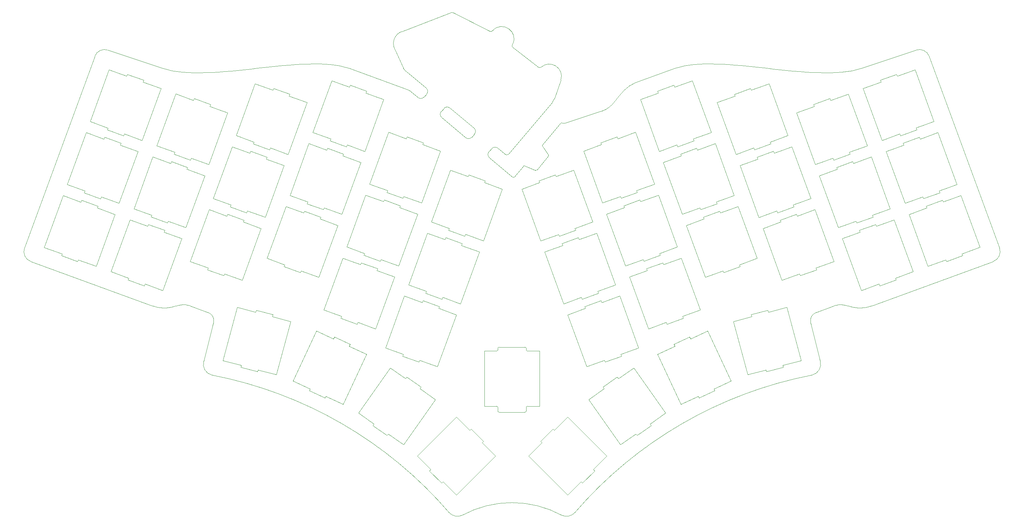
<source format=gm1>
G04 #@! TF.GenerationSoftware,KiCad,Pcbnew,(6.0.0)*
G04 #@! TF.CreationDate,2023-05-15T23:43:54+03:00*
G04 #@! TF.ProjectId,choctopus44-top-plate,63686f63-746f-4707-9573-34342d746f70,2.0*
G04 #@! TF.SameCoordinates,Original*
G04 #@! TF.FileFunction,Profile,NP*
%FSLAX46Y46*%
G04 Gerber Fmt 4.6, Leading zero omitted, Abs format (unit mm)*
G04 Created by KiCad (PCBNEW (6.0.0)) date 2023-05-15 23:43:54*
%MOMM*%
%LPD*%
G01*
G04 APERTURE LIST*
G04 #@! TA.AperFunction,Profile*
%ADD10C,0.050000*%
G04 #@! TD*
%ADD11C,0.050000*%
G04 #@! TA.AperFunction,Profile*
%ADD12C,0.120000*%
G04 #@! TD*
G04 APERTURE END LIST*
D10*
X224300000Y-130800000D02*
G75*
G03*
X226395215Y-127299538I-642144J2761638D01*
G01*
X154881086Y-52642545D02*
G75*
G03*
X155645091Y-52638293I379302J487346D01*
G01*
X136490525Y-70505379D02*
G75*
G03*
X138032127Y-70434726I735155J813106D01*
G01*
X130348495Y-63854248D02*
X131042467Y-63079620D01*
X148338418Y-46968945D02*
G75*
G03*
X143323190Y-43414975I-2669544J1548475D01*
G01*
X132549196Y-63026393D02*
X138655446Y-68118496D01*
X133383002Y-38829149D02*
G75*
G03*
X132683002Y-38829149I-350000J-927277D01*
G01*
X132549196Y-63026393D02*
G75*
G03*
X131042467Y-63079620I-726991J-773188D01*
G01*
X142713362Y-43542643D02*
G75*
G03*
X143323190Y-43414975I221623J461687D01*
G01*
X66720000Y-113200000D02*
X71020000Y-114800000D01*
X160911838Y-66764870D02*
G75*
G03*
X160584880Y-66833318I-118030J-251320D01*
G01*
X120257488Y-43603635D02*
X132683002Y-38829149D01*
X70124785Y-127299538D02*
X72565311Y-117718757D01*
D11*
X106920000Y-52900000D02*
X105814975Y-52567938D01*
X104643945Y-52300146D01*
X103411098Y-52092340D01*
X102120625Y-51940234D01*
X100776713Y-51839544D01*
X99383554Y-51785986D01*
X97945336Y-51775274D01*
X96466250Y-51803125D01*
X94950483Y-51865252D01*
X93402226Y-51957373D01*
X91825668Y-52075201D01*
X90225000Y-52214453D01*
X88604409Y-52370843D01*
X86968085Y-52540087D01*
X85320219Y-52717901D01*
X83665000Y-52900000D01*
X82006616Y-53082098D01*
X80349257Y-53259912D01*
X78697114Y-53429156D01*
X77054375Y-53585546D01*
X75425229Y-53724798D01*
X73813867Y-53842626D01*
X72224477Y-53934747D01*
X70661250Y-53996875D01*
X69128374Y-54024725D01*
X67630039Y-54014013D01*
X66170434Y-53960455D01*
X64753750Y-53859765D01*
X63384174Y-53707659D01*
X62065898Y-53499853D01*
X60803110Y-53232061D01*
X59600000Y-52900000D01*
X225500000Y-114800000D02*
X225397779Y-114838971D01*
X225297474Y-114880912D01*
X225199239Y-114925863D01*
X225103231Y-114973864D01*
X225009608Y-115024955D01*
X224918524Y-115079176D01*
X224830137Y-115136567D01*
X224744604Y-115197168D01*
X224662080Y-115261019D01*
X224582723Y-115328160D01*
X224506689Y-115398631D01*
X224434133Y-115472473D01*
X224365214Y-115549725D01*
X224300087Y-115630428D01*
X224238909Y-115714621D01*
X224181836Y-115802344D01*
X224129024Y-115893638D01*
X224080631Y-115988543D01*
X224036813Y-116087098D01*
X223997726Y-116189344D01*
X223963527Y-116295321D01*
X223934372Y-116405069D01*
X223910418Y-116518628D01*
X223891821Y-116636038D01*
X223878738Y-116757338D01*
X223871326Y-116882570D01*
X223869740Y-117011773D01*
X223874137Y-117144987D01*
X223884674Y-117282252D01*
X223901507Y-117423609D01*
X223924793Y-117569097D01*
X223954689Y-117718757D01*
D10*
X120257488Y-43603636D02*
G75*
G03*
X118583002Y-48129149I1224083J-3025468D01*
G01*
X224300000Y-130800000D02*
G75*
G03*
X164199999Y-165699999I20079419J-103776023D01*
G01*
X160631974Y-55895630D02*
X159057279Y-60588682D01*
X138726099Y-69660098D02*
G75*
G03*
X138655446Y-68118496I-813106J735155D01*
G01*
X132320001Y-165699999D02*
G75*
G03*
X72220000Y-130800000I-80179424J-68876032D01*
G01*
X120779901Y-52979907D02*
X118583002Y-48129149D01*
D11*
X189600000Y-52900000D02*
X190705024Y-52567938D01*
X191876054Y-52300146D01*
X193108901Y-52092340D01*
X194399375Y-51940234D01*
X195743286Y-51839544D01*
X197136445Y-51785986D01*
X198574663Y-51775274D01*
X200053750Y-51803125D01*
X201569516Y-51865252D01*
X203117773Y-51957373D01*
X204694331Y-52075201D01*
X206295000Y-52214453D01*
X207915590Y-52370843D01*
X209551914Y-52540087D01*
X211199780Y-52717901D01*
X212855000Y-52900000D01*
X214513383Y-53082098D01*
X216170742Y-53259912D01*
X217822885Y-53429156D01*
X219465625Y-53585546D01*
X221094770Y-53724798D01*
X222706132Y-53842626D01*
X224295522Y-53934747D01*
X225858750Y-53996875D01*
X227391625Y-54024725D01*
X228889960Y-54014013D01*
X230349565Y-53960455D01*
X231766250Y-53859765D01*
X233135825Y-53707659D01*
X234454101Y-53499853D01*
X235716889Y-53232061D01*
X236920000Y-52900000D01*
D10*
X143142467Y-73279620D02*
X142448495Y-74054248D01*
X160900000Y-166399999D02*
G75*
G03*
X164199999Y-165699999I1163822J2641976D01*
G01*
D11*
X160911838Y-66764869D02*
X161005069Y-66795095D01*
X161098315Y-66817295D01*
X161190743Y-66832308D01*
X161281520Y-66840971D01*
X161369816Y-66844122D01*
X161454798Y-66842602D01*
X161535635Y-66837247D01*
X161611494Y-66828896D01*
X161681544Y-66818387D01*
X161744953Y-66806560D01*
X161800890Y-66794252D01*
X161868962Y-66776723D01*
X161925806Y-66759493D01*
X161939361Y-66754847D01*
D10*
X148338419Y-46968945D02*
G75*
G03*
X148469182Y-47622802I430762J-253857D01*
G01*
X133383002Y-38829149D02*
X142713362Y-43542643D01*
D11*
X229800000Y-113200000D02*
X230121301Y-113099524D01*
X230429790Y-113021978D01*
X230726713Y-112965681D01*
X231013321Y-112928954D01*
X231290862Y-112910115D01*
X231560584Y-112907486D01*
X231823738Y-112919385D01*
X232081571Y-112944134D01*
X232335332Y-112980051D01*
X232586272Y-113025457D01*
X232835637Y-113078672D01*
X233084678Y-113138015D01*
X233334642Y-113201807D01*
X233586780Y-113268367D01*
X233842340Y-113336016D01*
X234102570Y-113403073D01*
X234368720Y-113467859D01*
X234642038Y-113528692D01*
X234923774Y-113583894D01*
X235215176Y-113631784D01*
X235517493Y-113670682D01*
X235831974Y-113698908D01*
X236159869Y-113714782D01*
X236502425Y-113716623D01*
X236860891Y-113702753D01*
X237236517Y-113671490D01*
X237630552Y-113621154D01*
X238044244Y-113550067D01*
X238478842Y-113456546D01*
X238935595Y-113338913D01*
X239415752Y-113195488D01*
X239920563Y-113024590D01*
D10*
X236920000Y-52900000D02*
X250626292Y-48313229D01*
X170600000Y-63900000D02*
X161939361Y-66754847D01*
X158516308Y-61481157D02*
G75*
G03*
X159057279Y-60588682I-2007440J1826995D01*
G01*
X126626099Y-59460098D02*
G75*
G03*
X126536438Y-57975155I-766961J698869D01*
G01*
X24712775Y-98572462D02*
G75*
G03*
X26279866Y-101938410I2466638J-899373D01*
G01*
X160631975Y-55895630D02*
G75*
G03*
X155645091Y-52638293I-2933355J955175D01*
G01*
X157487400Y-75233258D02*
G75*
G03*
X157500159Y-74948568I-186223J150977D01*
G01*
D11*
X71020000Y-114800000D02*
X71122220Y-114838971D01*
X71222525Y-114880912D01*
X71320760Y-114925863D01*
X71416768Y-114973864D01*
X71510391Y-115024955D01*
X71601475Y-115079176D01*
X71689862Y-115136567D01*
X71775395Y-115197168D01*
X71857919Y-115261019D01*
X71937276Y-115328160D01*
X72013310Y-115398631D01*
X72085866Y-115472473D01*
X72154785Y-115549725D01*
X72219912Y-115630428D01*
X72281090Y-115714621D01*
X72338163Y-115802344D01*
X72390975Y-115893638D01*
X72439368Y-115988543D01*
X72483186Y-116087098D01*
X72522273Y-116189344D01*
X72556472Y-116295321D01*
X72585627Y-116405069D01*
X72609581Y-116518628D01*
X72628178Y-116636038D01*
X72641261Y-116757338D01*
X72648673Y-116882570D01*
X72650259Y-117011773D01*
X72645862Y-117144987D01*
X72635325Y-117282252D01*
X72618492Y-117423609D01*
X72595206Y-117569097D01*
X72565311Y-117718757D01*
D10*
X120779901Y-52979907D02*
G75*
G03*
X121037333Y-53364636I981586J378313D01*
G01*
X121882920Y-58372499D02*
X106920000Y-52900000D01*
X253992240Y-49880321D02*
X271807226Y-98572462D01*
X223954689Y-117718757D02*
X226395215Y-127299538D01*
X148469182Y-47622802D02*
X154881086Y-52642545D01*
X160900000Y-166400000D02*
G75*
G03*
X135620000Y-166400000I-12640000J-23132659D01*
G01*
X122601567Y-58808365D02*
X124390525Y-60305379D01*
X151428372Y-77647360D02*
G75*
G03*
X151172840Y-77715163I-83868J-199343D01*
G01*
D11*
X66720000Y-113200000D02*
X66398698Y-113099524D01*
X66090209Y-113021978D01*
X65793286Y-112965681D01*
X65506678Y-112928954D01*
X65229137Y-112910115D01*
X64959415Y-112907486D01*
X64696261Y-112919385D01*
X64438428Y-112944134D01*
X64184667Y-112980051D01*
X63933727Y-113025457D01*
X63684362Y-113078672D01*
X63435321Y-113138015D01*
X63185357Y-113201807D01*
X62933219Y-113268367D01*
X62677659Y-113336016D01*
X62417429Y-113403073D01*
X62151279Y-113467859D01*
X61877961Y-113528692D01*
X61596225Y-113583894D01*
X61304823Y-113631784D01*
X61002506Y-113670682D01*
X60688025Y-113698908D01*
X60360130Y-113714782D01*
X60017574Y-113716623D01*
X59659108Y-113702753D01*
X59283482Y-113671490D01*
X58889447Y-113621154D01*
X58475755Y-113550067D01*
X58041157Y-113456546D01*
X57584404Y-113338913D01*
X57104247Y-113195488D01*
X56599437Y-113024590D01*
D10*
X56599437Y-113024590D02*
X26279866Y-101938410D01*
X70124785Y-127299538D02*
G75*
G03*
X72220000Y-130800000I2737359J-738824D01*
G01*
X144684069Y-73208967D02*
G75*
G03*
X143142467Y-73279620I-735155J-813106D01*
G01*
X270240134Y-101938409D02*
G75*
G03*
X271807226Y-98572462I-899549J2466576D01*
G01*
X155965517Y-72363881D02*
G75*
G03*
X155955388Y-72604293I145841J-126564D01*
G01*
X148428515Y-80572280D02*
G75*
G03*
X148827570Y-80523457I175137J223767D01*
G01*
X142448495Y-74054248D02*
G75*
G03*
X142519148Y-75595850I813106J-735155D01*
G01*
X130419148Y-65395850D02*
X136490525Y-70505379D01*
X157500159Y-74948568D02*
X155955388Y-72604293D01*
X253992239Y-49880321D02*
G75*
G03*
X250626292Y-48313229I-2466576J-899549D01*
G01*
X45893708Y-48313229D02*
X59600000Y-52900000D01*
X189600000Y-52900000D02*
X179400000Y-56600000D01*
X130348495Y-63854248D02*
G75*
G03*
X130419148Y-65395850I813106J-735155D01*
G01*
X142519148Y-75595850D02*
X148428515Y-80572280D01*
X45893708Y-48313230D02*
G75*
G03*
X42527760Y-49880321I-899373J-2466638D01*
G01*
D11*
X179400000Y-56600000D02*
X178982525Y-56801730D01*
X178591455Y-57012670D01*
X178225067Y-57232070D01*
X177881640Y-57459179D01*
X177559454Y-57693246D01*
X177256787Y-57933520D01*
X176971917Y-58179251D01*
X176703125Y-58429687D01*
X176448687Y-58684078D01*
X176206884Y-58941674D01*
X175975994Y-59201724D01*
X175754296Y-59463476D01*
X175540069Y-59726181D01*
X175331591Y-59989086D01*
X175127142Y-60251443D01*
X174925000Y-60512500D01*
X174723443Y-60771505D01*
X174520751Y-61027709D01*
X174315203Y-61280361D01*
X174105078Y-61528710D01*
X173888653Y-61772006D01*
X173664208Y-62009497D01*
X173430023Y-62240432D01*
X173184375Y-62464062D01*
X172925543Y-62679635D01*
X172651806Y-62886401D01*
X172361444Y-63083609D01*
X172052734Y-63270507D01*
X171723956Y-63446347D01*
X171373388Y-63610375D01*
X170999310Y-63761843D01*
X170600000Y-63900000D01*
D10*
X132320001Y-165699999D02*
G75*
G03*
X135620000Y-166400000I2136177J1941976D01*
G01*
X151172840Y-77715163D02*
X148827570Y-80523457D01*
X146582376Y-74804992D02*
G75*
G03*
X147330873Y-74724790I334861J407692D01*
G01*
X154207226Y-78818288D02*
G75*
G03*
X154536730Y-78737781I114052J247763D01*
G01*
X138726099Y-69660098D02*
X138032127Y-70434726D01*
X270240134Y-101938410D02*
X239920563Y-113024590D01*
X126536438Y-57975155D02*
X121037333Y-53364636D01*
X157487400Y-75233258D02*
X154536730Y-78737781D01*
X125932127Y-60234726D02*
X126626099Y-59460098D01*
X158516308Y-61481157D02*
X147330873Y-74724790D01*
X124390525Y-60305379D02*
G75*
G03*
X125932127Y-60234726I735155J813106D01*
G01*
D11*
X122601567Y-58808365D02*
X122538128Y-58754923D01*
X122482071Y-58707955D01*
X122432345Y-58666821D01*
X122387895Y-58630883D01*
X122347670Y-58599502D01*
X122292949Y-58559580D01*
X122241812Y-58526320D01*
X122190705Y-58497568D01*
X122136076Y-58471169D01*
X122074371Y-58444968D01*
X122027549Y-58426547D01*
X121974951Y-58406617D01*
X121915523Y-58384541D01*
X121882920Y-58372499D01*
D10*
X154207226Y-78818287D02*
X151428372Y-77647361D01*
X225500000Y-114800000D02*
X229800000Y-113200000D01*
X144684069Y-73208967D02*
X146582376Y-74804992D01*
X24712774Y-98572462D02*
X42527760Y-49880321D01*
X160584880Y-66833318D02*
X155965517Y-72363881D01*
D12*
X111396157Y-58722714D02*
X111225147Y-59192560D01*
X107090499Y-57687671D02*
X102579975Y-56045975D01*
X106265855Y-72818103D02*
X106436865Y-72348257D01*
X102579975Y-56045975D02*
X97791693Y-69201671D01*
X102131207Y-71313214D02*
X102302217Y-70843368D01*
X110947389Y-73989953D02*
X106436865Y-72348257D01*
X102131207Y-71313214D02*
X106265855Y-72818103D01*
X107261509Y-57217825D02*
X111396157Y-58722714D01*
X97791693Y-69201671D02*
X102302217Y-70843368D01*
X115735671Y-60834257D02*
X110947389Y-73989953D01*
X115735671Y-60834257D02*
X111225147Y-59192560D01*
X107261509Y-57217825D02*
X107090499Y-57687671D01*
X83282707Y-114802620D02*
X78646264Y-113560289D01*
X78646264Y-113560289D02*
X75022797Y-127083250D01*
X92169225Y-117183756D02*
X87532781Y-115941424D01*
X92169225Y-117183756D02*
X88545758Y-130706717D01*
X83779905Y-129947349D02*
X83909315Y-129464386D01*
X75022797Y-127083250D02*
X79659241Y-128325582D01*
X83412117Y-114319657D02*
X87662191Y-115458461D01*
X79529831Y-128808545D02*
X79659241Y-128325582D01*
X88545758Y-130706717D02*
X83909315Y-129464386D01*
X87662191Y-115458461D02*
X87532781Y-115941424D01*
X79529831Y-128808545D02*
X83779905Y-129947349D01*
X83412117Y-114319657D02*
X83282707Y-114802620D01*
X121649958Y-70314817D02*
X121478948Y-70784663D01*
X125784606Y-71819706D02*
X125613596Y-72289552D01*
X116519656Y-84410206D02*
X116690666Y-83940360D01*
X116968424Y-69142967D02*
X112180142Y-82298663D01*
X130124120Y-73931249D02*
X125613596Y-72289552D01*
X121478948Y-70784663D02*
X116968424Y-69142967D01*
X121649958Y-70314817D02*
X125784606Y-71819706D01*
X130124120Y-73931249D02*
X125335838Y-87086945D01*
X125335838Y-87086945D02*
X120825314Y-85445249D01*
X116519656Y-84410206D02*
X120654304Y-85915095D01*
X112180142Y-82298663D02*
X116690666Y-83940360D01*
X120654304Y-85915095D02*
X120825314Y-85445249D01*
X162356622Y-141456813D02*
X172256117Y-151356308D01*
X155497686Y-147608642D02*
X155851240Y-147962195D01*
X152457127Y-151356308D02*
X162356622Y-161255803D01*
X166104288Y-158215244D02*
X169215558Y-155103974D01*
X155497686Y-147608642D02*
X158608956Y-144497372D01*
X162356622Y-161255803D02*
X165750735Y-157861690D01*
X169215558Y-155103974D02*
X168862004Y-154750421D01*
X162356622Y-141456813D02*
X158962509Y-144850926D01*
X172256117Y-151356308D02*
X168862004Y-154750421D01*
X166104288Y-158215244D02*
X165750735Y-157861690D01*
X155851240Y-147962195D02*
X152457127Y-151356308D01*
X158608956Y-144497372D02*
X158962509Y-144850926D01*
X200886800Y-89166934D02*
X201057810Y-89636780D01*
X201882454Y-104767212D02*
X201711444Y-104297366D01*
X196752152Y-90671823D02*
X200886800Y-89166934D01*
X210356616Y-101150780D02*
X205846092Y-102792477D01*
X197200920Y-105939062D02*
X201711444Y-104297366D01*
X201882454Y-104767212D02*
X206017102Y-103262323D01*
X206017102Y-103262323D02*
X205846092Y-102792477D01*
X192412638Y-92783366D02*
X197200920Y-105939062D01*
X196923162Y-91141669D02*
X192412638Y-92783366D01*
X205568334Y-87995084D02*
X201057810Y-89636780D01*
X196752152Y-90671823D02*
X196923162Y-91141669D01*
X205568334Y-87995084D02*
X210356616Y-101150780D01*
X170735618Y-71820041D02*
X170906628Y-72289887D01*
X179551800Y-69143302D02*
X175041276Y-70784998D01*
X166396104Y-73931584D02*
X171184386Y-87087280D01*
X175865920Y-85915430D02*
X180000568Y-84410541D01*
X179551800Y-69143302D02*
X184340082Y-82298998D01*
X170906628Y-72289887D02*
X166396104Y-73931584D01*
X180000568Y-84410541D02*
X179829558Y-83940695D01*
X174870266Y-70315152D02*
X175041276Y-70784998D01*
X170735618Y-71820041D02*
X174870266Y-70315152D01*
X184340082Y-82298998D02*
X179829558Y-83940695D01*
X175865920Y-85915430D02*
X175694910Y-85445584D01*
X171184386Y-87087280D02*
X175694910Y-85445584D01*
X185123467Y-58722274D02*
X185294477Y-59192120D01*
X190253769Y-72817663D02*
X190082759Y-72347817D01*
X194388417Y-71312774D02*
X194217407Y-70842928D01*
X193939649Y-56045535D02*
X189429125Y-57687231D01*
X193939649Y-56045535D02*
X198727931Y-69201231D01*
X198727931Y-69201231D02*
X194217407Y-70842928D01*
X180783953Y-60833817D02*
X185572235Y-73989513D01*
X185123467Y-58722274D02*
X189258115Y-57217385D01*
X185294477Y-59192120D02*
X180783953Y-60833817D01*
X185572235Y-73989513D02*
X190082759Y-72347817D01*
X189258115Y-57217385D02*
X189429125Y-57687231D01*
X190253769Y-72817663D02*
X194388417Y-71312774D01*
X233479070Y-59422536D02*
X238267352Y-72578232D01*
X220323374Y-64210818D02*
X225111656Y-77366514D01*
X224662888Y-62099275D02*
X228797536Y-60594386D01*
X233927838Y-74689775D02*
X233756828Y-74219929D01*
X224662888Y-62099275D02*
X224833898Y-62569121D01*
X224833898Y-62569121D02*
X220323374Y-64210818D01*
X229793190Y-76194664D02*
X229622180Y-75724818D01*
X229793190Y-76194664D02*
X233927838Y-74689775D01*
X238267352Y-72578232D02*
X233756828Y-74219929D01*
X228797536Y-60594386D02*
X228968546Y-61064232D01*
X233479070Y-59422536D02*
X228968546Y-61064232D01*
X225111656Y-77366514D02*
X229622180Y-75724818D01*
X145777315Y-83553146D02*
X141266791Y-81911449D01*
X145777315Y-83553146D02*
X140989033Y-96708842D01*
X140989033Y-96708842D02*
X136478509Y-95067146D01*
X137132143Y-80406560D02*
X132621619Y-78764864D01*
X137303153Y-79936714D02*
X137132143Y-80406560D01*
X137303153Y-79936714D02*
X141437801Y-81441603D01*
X132172851Y-94032103D02*
X136307499Y-95536992D01*
X136307499Y-95536992D02*
X136478509Y-95067146D01*
X141437801Y-81441603D02*
X141266791Y-81911449D01*
X132172851Y-94032103D02*
X132343861Y-93562257D01*
X132621619Y-78764864D02*
X127833337Y-91920560D01*
X127833337Y-91920560D02*
X132343861Y-93562257D01*
X67551676Y-61063898D02*
X63041152Y-59422202D01*
X76196848Y-64210484D02*
X71408566Y-77366180D01*
X58252870Y-72577898D02*
X62763394Y-74219595D01*
X62592384Y-74689441D02*
X62763394Y-74219595D01*
X71408566Y-77366180D02*
X66898042Y-75724484D01*
X71857334Y-62098941D02*
X71686324Y-62568787D01*
X66727032Y-76194330D02*
X66898042Y-75724484D01*
X62592384Y-74689441D02*
X66727032Y-76194330D01*
X67722686Y-60594052D02*
X67551676Y-61063898D01*
X76196848Y-64210484D02*
X71686324Y-62568787D01*
X67722686Y-60594052D02*
X71857334Y-62098941D01*
X63041152Y-59422202D02*
X58252870Y-72577898D01*
X76876694Y-88072370D02*
X81011342Y-89577259D01*
X85692876Y-90749109D02*
X81182352Y-89107413D01*
X90481158Y-77593413D02*
X85970634Y-75951716D01*
X76876694Y-88072370D02*
X77047704Y-87602524D01*
X82006996Y-73976981D02*
X86141644Y-75481870D01*
X90481158Y-77593413D02*
X85692876Y-90749109D01*
X72537180Y-85960827D02*
X77047704Y-87602524D01*
X86141644Y-75481870D02*
X85970634Y-75951716D01*
X77325462Y-72805131D02*
X72537180Y-85960827D01*
X82006996Y-73976981D02*
X81835986Y-74446827D01*
X81011342Y-89577259D02*
X81182352Y-89107413D01*
X81835986Y-74446827D02*
X77325462Y-72805131D01*
X216192921Y-91456980D02*
X216363931Y-91926826D01*
X225457871Y-104047480D02*
X225286861Y-103577634D01*
X216192921Y-91456980D02*
X220327569Y-89952091D01*
X221323223Y-105552369D02*
X225457871Y-104047480D01*
X216641689Y-106724219D02*
X221152213Y-105082523D01*
X221323223Y-105552369D02*
X221152213Y-105082523D01*
X220327569Y-89952091D02*
X220498579Y-90421937D01*
X211853407Y-93568523D02*
X216641689Y-106724219D01*
X225009103Y-88780241D02*
X220498579Y-90421937D01*
X216363931Y-91926826D02*
X211853407Y-93568523D01*
X229797385Y-101935937D02*
X225286861Y-103577634D01*
X225009103Y-88780241D02*
X229797385Y-101935937D01*
X195072457Y-73192159D02*
X195243467Y-73662005D01*
X199753991Y-72020309D02*
X204542273Y-85176005D01*
X196068111Y-88792437D02*
X200202759Y-87287548D01*
X199753991Y-72020309D02*
X195243467Y-73662005D01*
X190937809Y-74697048D02*
X195072457Y-73192159D01*
X204542273Y-85176005D02*
X200031749Y-86817702D01*
X196068111Y-88792437D02*
X195897101Y-88322591D01*
X190937809Y-74697048D02*
X191108819Y-75166894D01*
X191108819Y-75166894D02*
X186598295Y-76808591D01*
X186598295Y-76808591D02*
X191386577Y-89964287D01*
X200202759Y-87287548D02*
X200031749Y-86817702D01*
X191386577Y-89964287D02*
X195897101Y-88322591D01*
X111359816Y-125479663D02*
X107009539Y-123451096D01*
X103233094Y-121138421D02*
X107220848Y-122997942D01*
X92754852Y-132251317D02*
X97105129Y-134279884D01*
X103021785Y-121591575D02*
X98671507Y-119563008D01*
X111359816Y-125479663D02*
X105443161Y-138167972D01*
X107220848Y-122997942D02*
X107009539Y-123451096D01*
X100881574Y-136592559D02*
X101092883Y-136139405D01*
X96893820Y-134733038D02*
X100881574Y-136592559D01*
X103233094Y-121138421D02*
X103021785Y-121591575D01*
X98671507Y-119563008D02*
X92754852Y-132251317D01*
X96893820Y-134733038D02*
X97105129Y-134279884D01*
X105443161Y-138167972D02*
X101092883Y-136139405D01*
X165031413Y-95911823D02*
X165202423Y-96381669D01*
X170161715Y-110007212D02*
X169990705Y-109537366D01*
X160896765Y-97416712D02*
X165031413Y-95911823D01*
X169712947Y-94739973D02*
X165202423Y-96381669D01*
X174501229Y-107895669D02*
X169990705Y-109537366D01*
X156557251Y-99528255D02*
X161345533Y-112683951D01*
X169712947Y-94739973D02*
X174501229Y-107895669D01*
X166027067Y-111512101D02*
X165856057Y-111042255D01*
X161067775Y-97886558D02*
X156557251Y-99528255D01*
X166027067Y-111512101D02*
X170161715Y-110007212D01*
X161345533Y-112683951D02*
X165856057Y-111042255D01*
X160896765Y-97416712D02*
X161067775Y-97886558D01*
X56094001Y-92543601D02*
X60228649Y-94048490D01*
X60228649Y-94048490D02*
X60057639Y-94518336D01*
X50963699Y-106638990D02*
X55098347Y-108143879D01*
X51412467Y-91371751D02*
X46624185Y-104527447D01*
X56094001Y-92543601D02*
X55922991Y-93013447D01*
X55922991Y-93013447D02*
X51412467Y-91371751D01*
X59779881Y-109315729D02*
X55269357Y-107674033D01*
X50963699Y-106638990D02*
X51134709Y-106169144D01*
X46624185Y-104527447D02*
X51134709Y-106169144D01*
X64568163Y-96160033D02*
X60057639Y-94518336D01*
X55098347Y-108143879D02*
X55269357Y-107674033D01*
X64568163Y-96160033D02*
X59779881Y-109315729D01*
X76192654Y-89951755D02*
X80327302Y-91456644D01*
X84666816Y-93568187D02*
X80156292Y-91926490D01*
X66722838Y-101935601D02*
X71233362Y-103577298D01*
X71511120Y-88779905D02*
X66722838Y-101935601D01*
X71062352Y-104047144D02*
X71233362Y-103577298D01*
X84666816Y-93568187D02*
X79878534Y-106723883D01*
X76192654Y-89951755D02*
X76021644Y-90421601D01*
X76021644Y-90421601D02*
X71511120Y-88779905D01*
X80327302Y-91456644D02*
X80156292Y-91926490D01*
X79878534Y-106723883D02*
X75368010Y-105082187D01*
X75197000Y-105552033D02*
X75368010Y-105082187D01*
X71062352Y-104047144D02*
X75197000Y-105552033D01*
X50807801Y-54437996D02*
X50636791Y-54907842D01*
X54493681Y-71210124D02*
X49983157Y-69568428D01*
X45677499Y-68533385D02*
X49812147Y-70038274D01*
X45677499Y-68533385D02*
X45848509Y-68063539D01*
X50636791Y-54907842D02*
X46126267Y-53266146D01*
X46126267Y-53266146D02*
X41337985Y-66421842D01*
X50807801Y-54437996D02*
X54942449Y-55942885D01*
X59281963Y-58054428D02*
X54493681Y-71210124D01*
X49812147Y-70038274D02*
X49983157Y-69568428D01*
X41337985Y-66421842D02*
X45848509Y-68063539D01*
X59281963Y-58054428D02*
X54771439Y-56412731D01*
X54942449Y-55942885D02*
X54771439Y-56412731D01*
X255179845Y-66415599D02*
X250669321Y-68057296D01*
X241575381Y-55936642D02*
X241746391Y-56406488D01*
X250391563Y-53259903D02*
X255179845Y-66415599D01*
X246705683Y-70032031D02*
X250840331Y-68527142D01*
X250391563Y-53259903D02*
X245881039Y-54901599D01*
X237235867Y-58048185D02*
X242024149Y-71203881D01*
X245710029Y-54431753D02*
X245881039Y-54901599D01*
X241575381Y-55936642D02*
X245710029Y-54431753D01*
X246705683Y-70032031D02*
X246534673Y-69562185D01*
X241746391Y-56406488D02*
X237235867Y-58048185D01*
X250840331Y-68527142D02*
X250669321Y-68057296D01*
X242024149Y-71203881D02*
X246534673Y-69562185D01*
X70382506Y-80185258D02*
X65871982Y-78543561D01*
X57226810Y-75396976D02*
X52438528Y-88552672D01*
X65594224Y-93340954D02*
X61083700Y-91699258D01*
X56778042Y-90664215D02*
X56949052Y-90194369D01*
X61908344Y-76568826D02*
X66042992Y-78073715D01*
X52438528Y-88552672D02*
X56949052Y-90194369D01*
X61908344Y-76568826D02*
X61737334Y-77038672D01*
X66042992Y-78073715D02*
X65871982Y-78543561D01*
X70382506Y-80185258D02*
X65594224Y-93340954D01*
X61737334Y-77038672D02*
X57226810Y-75396976D01*
X56778042Y-90664215D02*
X60912690Y-92169104D01*
X60912690Y-92169104D02*
X61083700Y-91699258D01*
X179928645Y-146115314D02*
X183532914Y-143591578D01*
X175709927Y-148458905D02*
X179641857Y-145705738D01*
X171611786Y-134237610D02*
X167679857Y-136990777D01*
X183532914Y-143591578D02*
X183246126Y-143182002D01*
X179147985Y-128960707D02*
X175216055Y-131713874D01*
X187178055Y-140428835D02*
X183246126Y-143182002D01*
X167679857Y-136990777D02*
X175709927Y-148458905D01*
X179928645Y-146115314D02*
X179641857Y-145705738D01*
X179147985Y-128960707D02*
X187178055Y-140428835D01*
X171324998Y-133828034D02*
X174929267Y-131304298D01*
X171324998Y-133828034D02*
X171611786Y-134237610D01*
X174929267Y-131304298D02*
X175216055Y-131713874D01*
X182364303Y-103769590D02*
X182535313Y-104239436D01*
X191180485Y-101092851D02*
X186669961Y-102734547D01*
X178024789Y-105881133D02*
X182813071Y-119036829D01*
X187494605Y-117864979D02*
X191629253Y-116360090D01*
X182535313Y-104239436D02*
X178024789Y-105881133D01*
X191629253Y-116360090D02*
X191458243Y-115890244D01*
X186498951Y-102264701D02*
X186669961Y-102734547D01*
X195968767Y-114248547D02*
X191458243Y-115890244D01*
X187494605Y-117864979D02*
X187323595Y-117395133D01*
X191180485Y-101092851D02*
X195968767Y-114248547D01*
X182813071Y-119036829D02*
X187323595Y-117395133D01*
X182364303Y-103769590D02*
X186498951Y-102264701D01*
X134148630Y-115502695D02*
X129360348Y-128658391D01*
X125674468Y-111886263D02*
X125503458Y-112356109D01*
X116204652Y-123870109D02*
X120715176Y-125511806D01*
X129360348Y-128658391D02*
X124849824Y-127016695D01*
X125503458Y-112356109D02*
X120992934Y-110714413D01*
X124678814Y-127486541D02*
X124849824Y-127016695D01*
X129809116Y-113391152D02*
X129638106Y-113860998D01*
X125674468Y-111886263D02*
X129809116Y-113391152D01*
X120992934Y-110714413D02*
X116204652Y-123870109D01*
X134148630Y-115502695D02*
X129638106Y-113860998D01*
X120544166Y-125981652D02*
X124678814Y-127486541D01*
X120544166Y-125981652D02*
X120715176Y-125511806D01*
X205013004Y-74774670D02*
X209523528Y-73132974D01*
X200224722Y-61618974D02*
X205013004Y-74774670D01*
X213380418Y-56830692D02*
X208869894Y-58472388D01*
X204564236Y-59507431D02*
X204735246Y-59977277D01*
X213380418Y-56830692D02*
X218168700Y-69986388D01*
X209694538Y-73602820D02*
X213829186Y-72097931D01*
X218168700Y-69986388D02*
X213658176Y-71628085D01*
X204735246Y-59977277D02*
X200224722Y-61618974D01*
X209694538Y-73602820D02*
X209523528Y-73132974D01*
X204564236Y-59507431D02*
X208698884Y-58002542D01*
X208698884Y-58002542D02*
X208869894Y-58472388D01*
X213829186Y-72097931D02*
X213658176Y-71628085D01*
X215508881Y-89577594D02*
X215337871Y-89107748D01*
X219643529Y-88072705D02*
X219472519Y-87602859D01*
X219194761Y-72805466D02*
X223983043Y-85961162D01*
X219194761Y-72805466D02*
X214684237Y-74447162D01*
X210827347Y-90749444D02*
X215337871Y-89107748D01*
X210378579Y-75482205D02*
X210549589Y-75952051D01*
X223983043Y-85961162D02*
X219472519Y-87602859D01*
X214513227Y-73977316D02*
X214684237Y-74447162D01*
X210378579Y-75482205D02*
X214513227Y-73977316D01*
X210549589Y-75952051D02*
X206039065Y-77593748D01*
X206039065Y-77593748D02*
X210827347Y-90749444D01*
X215508881Y-89577594D02*
X219643529Y-88072705D01*
X151860000Y-139900000D02*
X151860000Y-139000000D01*
X155260000Y-124700000D02*
X152160000Y-124700000D01*
X144660000Y-139000000D02*
X144660000Y-139900000D01*
X144360000Y-124700000D02*
X141260000Y-124700000D01*
X155260000Y-138700000D02*
X155260000Y-124700000D01*
X144960000Y-140200000D02*
X151560000Y-140200000D01*
X141260000Y-124700000D02*
X141260000Y-138700000D01*
X141260000Y-138700000D02*
X144360000Y-138700000D01*
X151560000Y-123700000D02*
X144960000Y-123700000D01*
X151860000Y-124400000D02*
X151860000Y-124000000D01*
X144660000Y-124000000D02*
X144660000Y-124400000D01*
X152160000Y-138700000D02*
X155260000Y-138700000D01*
X151860000Y-124000000D02*
G75*
G03*
X151560000Y-123700000I-300000J0D01*
G01*
X152160000Y-138700000D02*
G75*
G03*
X151860000Y-139000000I0J-300000D01*
G01*
X144660000Y-139000000D02*
G75*
G03*
X144360000Y-138700000I-300000J0D01*
G01*
X151860000Y-124400000D02*
G75*
G03*
X152160000Y-124700000I300000J0D01*
G01*
X144360000Y-124700000D02*
G75*
G03*
X144660000Y-124400000I0J300000D01*
G01*
X144660000Y-139900000D02*
G75*
G03*
X144960000Y-140200000I300000J0D01*
G01*
X144960000Y-123700000D02*
G75*
G03*
X144660000Y-124000000I0J-300000D01*
G01*
X151560000Y-140200000D02*
G75*
G03*
X151860000Y-139900000I0J300000D01*
G01*
X212742349Y-129947588D02*
X216992423Y-128808784D01*
X221499457Y-127083489D02*
X216863013Y-128325821D01*
X208860063Y-115458700D02*
X208989473Y-115941663D01*
X208989473Y-115941663D02*
X204353029Y-117183995D01*
X208860063Y-115458700D02*
X213110137Y-114319896D01*
X204353029Y-117183995D02*
X207976496Y-130706956D01*
X213110137Y-114319896D02*
X213239547Y-114802859D01*
X216992423Y-128808784D02*
X216863013Y-128325821D01*
X217875990Y-113560528D02*
X213239547Y-114802859D01*
X207976496Y-130706956D02*
X212612939Y-129464625D01*
X212742349Y-129947588D02*
X212612939Y-129464625D01*
X217875990Y-113560528D02*
X221499457Y-127083489D01*
X34497582Y-85215695D02*
X29709300Y-98371391D01*
X39008106Y-86857391D02*
X34497582Y-85215695D01*
X43313764Y-87892434D02*
X43142754Y-88362280D01*
X39179116Y-86387545D02*
X39008106Y-86857391D01*
X47653278Y-90003977D02*
X43142754Y-88362280D01*
X38183462Y-101987823D02*
X38354472Y-101517977D01*
X39179116Y-86387545D02*
X43313764Y-87892434D01*
X47653278Y-90003977D02*
X42864996Y-103159673D01*
X34048814Y-100482934D02*
X38183462Y-101987823D01*
X34048814Y-100482934D02*
X34219824Y-100013088D01*
X29709300Y-98371391D02*
X34219824Y-100013088D01*
X42864996Y-103159673D02*
X38354472Y-101517977D01*
X112979920Y-143590515D02*
X116584189Y-146114251D01*
X112979920Y-143590515D02*
X113266708Y-143180939D01*
X116584189Y-146114251D02*
X116870977Y-145704675D01*
X121583567Y-131303235D02*
X125187836Y-133826971D01*
X128832977Y-136989714D02*
X120802907Y-148457842D01*
X120802907Y-148457842D02*
X116870977Y-145704675D01*
X117364849Y-128959644D02*
X109334779Y-140427772D01*
X121296779Y-131712811D02*
X117364849Y-128959644D01*
X128832977Y-136989714D02*
X124901048Y-134236547D01*
X125187836Y-133826971D02*
X124901048Y-134236547D01*
X109334779Y-140427772D02*
X113266708Y-143180939D01*
X121583567Y-131303235D02*
X121296779Y-131712811D01*
X253375076Y-88356037D02*
X248864552Y-89997734D01*
X258334368Y-101981580D02*
X262469016Y-100476691D01*
X266808530Y-98365148D02*
X262298006Y-100006845D01*
X253204066Y-87886191D02*
X253375076Y-88356037D01*
X258334368Y-101981580D02*
X258163358Y-101511734D01*
X248864552Y-89997734D02*
X253652834Y-103153430D01*
X253652834Y-103153430D02*
X258163358Y-101511734D01*
X257338714Y-86381302D02*
X257509724Y-86851148D01*
X262469016Y-100476691D02*
X262298006Y-100006845D01*
X253204066Y-87886191D02*
X257338714Y-86381302D01*
X262020248Y-85209452D02*
X257509724Y-86851148D01*
X262020248Y-85209452D02*
X266808530Y-98365148D01*
X175527290Y-110714747D02*
X180315572Y-123870443D01*
X171841410Y-127486875D02*
X171670400Y-127017029D01*
X167159876Y-128658725D02*
X171670400Y-127017029D01*
X166711108Y-113391486D02*
X170845756Y-111886597D01*
X162371594Y-115503029D02*
X167159876Y-128658725D01*
X175976058Y-125981986D02*
X175805048Y-125512140D01*
X166882118Y-113861332D02*
X162371594Y-115503029D01*
X170845756Y-111886597D02*
X171016766Y-112356443D01*
X171841410Y-127486875D02*
X175976058Y-125981986D01*
X166711108Y-113391486D02*
X166882118Y-113861332D01*
X180315572Y-123870443D02*
X175805048Y-125512140D01*
X175527290Y-110714747D02*
X171016766Y-112356443D01*
X144062127Y-151355807D02*
X140668014Y-147961694D01*
X134162632Y-141456312D02*
X124263137Y-151355807D01*
X137910298Y-144496871D02*
X141021568Y-147608141D01*
X144062127Y-151355807D02*
X134162632Y-161255302D01*
X127303696Y-155103473D02*
X127657250Y-154749920D01*
X137556745Y-144850425D02*
X134162632Y-141456312D01*
X124263137Y-151355807D02*
X127657250Y-154749920D01*
X141021568Y-147608141D02*
X140668014Y-147961694D01*
X130414966Y-158214743D02*
X130768519Y-157861189D01*
X134162632Y-161255302D02*
X130768519Y-157861189D01*
X127303696Y-155103473D02*
X130414966Y-158214743D01*
X137910298Y-144496871D02*
X137556745Y-144850425D01*
X168686887Y-91920894D02*
X164176363Y-93562591D01*
X155082423Y-81441937D02*
X155253433Y-81911783D01*
X159217071Y-79937048D02*
X159388081Y-80406894D01*
X155253433Y-81911783D02*
X150742909Y-83553480D01*
X155082423Y-81441937D02*
X159217071Y-79937048D01*
X150742909Y-83553480D02*
X155531191Y-96709176D01*
X155531191Y-96709176D02*
X160041715Y-95067480D01*
X160212725Y-95537326D02*
X160041715Y-95067480D01*
X163898605Y-78765198D02*
X168686887Y-91920894D01*
X164347373Y-94032437D02*
X164176363Y-93562591D01*
X160212725Y-95537326D02*
X164347373Y-94032437D01*
X163898605Y-78765198D02*
X159388081Y-80406894D01*
X191075743Y-138168504D02*
X195426021Y-136139937D01*
X189298056Y-122998474D02*
X193285810Y-121138953D01*
X203764052Y-132251849D02*
X199413775Y-134280416D01*
X195637330Y-136593091D02*
X195426021Y-136139937D01*
X189298056Y-122998474D02*
X189509365Y-123451628D01*
X197847397Y-119563540D02*
X193497119Y-121592107D01*
X199625084Y-134733570D02*
X199413775Y-134280416D01*
X185159088Y-125480195D02*
X191075743Y-138168504D01*
X195637330Y-136593091D02*
X199625084Y-134733570D01*
X197847397Y-119563540D02*
X203764052Y-132251849D01*
X189509365Y-123451628D02*
X185159088Y-125480195D01*
X193285810Y-121138953D02*
X193497119Y-121592107D01*
X105339739Y-101092516D02*
X100551457Y-114248212D01*
X113707153Y-119036494D02*
X109196629Y-117394798D01*
X109850263Y-102734212D02*
X105339739Y-101092516D01*
X104890971Y-116359755D02*
X109025619Y-117864644D01*
X104890971Y-116359755D02*
X105061981Y-115889909D01*
X114155921Y-103769255D02*
X113984911Y-104239101D01*
X118495435Y-105880798D02*
X113984911Y-104239101D01*
X100551457Y-114248212D02*
X105061981Y-115889909D01*
X109025619Y-117864644D02*
X109196629Y-117394798D01*
X110021273Y-102264366D02*
X114155921Y-103769255D01*
X118495435Y-105880798D02*
X113707153Y-119036494D01*
X110021273Y-102264366D02*
X109850263Y-102734212D01*
X44822449Y-70882616D02*
X40311925Y-69240920D01*
X53467621Y-74029202D02*
X48679339Y-87184898D01*
X44993459Y-70412770D02*
X49128107Y-71917659D01*
X39863157Y-84508159D02*
X43997805Y-86013048D01*
X43997805Y-86013048D02*
X44168815Y-85543202D01*
X44993459Y-70412770D02*
X44822449Y-70882616D01*
X39863157Y-84508159D02*
X40034167Y-84038313D01*
X48679339Y-87184898D02*
X44168815Y-85543202D01*
X49128107Y-71917659D02*
X48957097Y-72387505D01*
X53467621Y-74029202D02*
X48957097Y-72387505D01*
X40311925Y-69240920D02*
X35523643Y-82396616D01*
X35523643Y-82396616D02*
X40034167Y-84038313D01*
X239742181Y-90664550D02*
X239571171Y-90194704D01*
X230925999Y-93341289D02*
X235436523Y-91699593D01*
X235607533Y-92169439D02*
X235436523Y-91699593D01*
X230648241Y-78543896D02*
X226137717Y-80185593D01*
X239293413Y-75397311D02*
X234782889Y-77039007D01*
X230477231Y-78074050D02*
X234611879Y-76569161D01*
X234611879Y-76569161D02*
X234782889Y-77039007D01*
X226137717Y-80185593D02*
X230925999Y-93341289D01*
X239293413Y-75397311D02*
X244081695Y-88553007D01*
X244081695Y-88553007D02*
X239571171Y-90194704D01*
X235607533Y-92169439D02*
X239742181Y-90664550D01*
X230477231Y-78074050D02*
X230648241Y-78543896D01*
X91977351Y-85176446D02*
X96487875Y-86818143D01*
X100451513Y-88792878D02*
X100622523Y-88323032D01*
X109921329Y-76809032D02*
X105410805Y-75167335D01*
X96765633Y-72020750D02*
X91977351Y-85176446D01*
X109921329Y-76809032D02*
X105133047Y-89964728D01*
X105133047Y-89964728D02*
X100622523Y-88323032D01*
X101447167Y-73192600D02*
X101276157Y-73662446D01*
X96316865Y-87287989D02*
X100451513Y-88792878D01*
X105581815Y-74697489D02*
X105410805Y-75167335D01*
X101276157Y-73662446D02*
X96765633Y-72020750D01*
X101447167Y-73192600D02*
X105581815Y-74697489D01*
X96316865Y-87287989D02*
X96487875Y-86818143D01*
X247838491Y-87178655D02*
X252349015Y-85536959D01*
X251524371Y-70406527D02*
X251695381Y-70876373D01*
X247389723Y-71911416D02*
X247560733Y-72381262D01*
X252520025Y-86006805D02*
X256654673Y-84501916D01*
X260994187Y-82390373D02*
X256483663Y-84032070D01*
X252520025Y-86006805D02*
X252349015Y-85536959D01*
X256205905Y-69234677D02*
X260994187Y-82390373D01*
X247560733Y-72381262D02*
X243050209Y-74022959D01*
X256205905Y-69234677D02*
X251695381Y-70876373D01*
X247389723Y-71911416D02*
X251524371Y-70406527D01*
X256654673Y-84501916D02*
X256483663Y-84032070D01*
X243050209Y-74022959D02*
X247838491Y-87178655D01*
X111154082Y-85117741D02*
X106365800Y-98273437D01*
X110705314Y-100384980D02*
X110876324Y-99915134D01*
X110705314Y-100384980D02*
X114839962Y-101889869D01*
X119521496Y-103061719D02*
X115010972Y-101420023D01*
X119970264Y-87794480D02*
X119799254Y-88264326D01*
X124309778Y-89906023D02*
X119521496Y-103061719D01*
X115835616Y-86289591D02*
X119970264Y-87794480D01*
X115664606Y-86759437D02*
X111154082Y-85117741D01*
X124309778Y-89906023D02*
X119799254Y-88264326D01*
X115835616Y-86289591D02*
X115664606Y-86759437D01*
X114839962Y-101889869D02*
X115010972Y-101420023D01*
X106365800Y-98273437D02*
X110876324Y-99915134D01*
X94637171Y-104767652D02*
X94808181Y-104297806D01*
X99767473Y-90672263D02*
X99596463Y-91142109D01*
X90502523Y-103262763D02*
X90673533Y-102792917D01*
X104106987Y-92783806D02*
X99596463Y-91142109D01*
X95632825Y-89167374D02*
X95461815Y-89637220D01*
X90502523Y-103262763D02*
X94637171Y-104767652D01*
X104106987Y-92783806D02*
X99318705Y-105939502D01*
X95632825Y-89167374D02*
X99767473Y-90672263D01*
X90951291Y-87995524D02*
X86163009Y-101151220D01*
X86163009Y-101151220D02*
X90673533Y-102792917D01*
X95461815Y-89637220D02*
X90951291Y-87995524D01*
X99318705Y-105939502D02*
X94808181Y-104297806D01*
X87821339Y-58002206D02*
X91955987Y-59507095D01*
X82691037Y-72097595D02*
X82862047Y-71627749D01*
X87650329Y-58472052D02*
X83139805Y-56830356D01*
X83139805Y-56830356D02*
X78351523Y-69986052D01*
X82691037Y-72097595D02*
X86825685Y-73602484D01*
X78351523Y-69986052D02*
X82862047Y-71627749D01*
X91955987Y-59507095D02*
X91784977Y-59976941D01*
X96295501Y-61618638D02*
X91784977Y-59976941D01*
X91507219Y-74774334D02*
X86996695Y-73132638D01*
X96295501Y-61618638D02*
X91507219Y-74774334D01*
X87821339Y-58002206D02*
X87650329Y-58472052D01*
X86825685Y-73602484D02*
X86996695Y-73132638D01*
X130493156Y-111511767D02*
X130664166Y-111041921D01*
X126358508Y-110006878D02*
X126529518Y-109537032D01*
X122018994Y-107895335D02*
X126529518Y-109537032D01*
X131317800Y-96381335D02*
X126807276Y-94739639D01*
X126358508Y-110006878D02*
X130493156Y-111511767D01*
X135623458Y-97416378D02*
X135452448Y-97886224D01*
X139962972Y-99527921D02*
X135452448Y-97886224D01*
X135174690Y-112683617D02*
X130664166Y-111041921D01*
X126807276Y-94739639D02*
X122018994Y-107895335D01*
X139962972Y-99527921D02*
X135174690Y-112683617D01*
X131488810Y-95911489D02*
X131317800Y-96381335D01*
X131488810Y-95911489D02*
X135623458Y-97416378D01*
X176998728Y-103062054D02*
X181509252Y-101420358D01*
X176549960Y-87794815D02*
X180684608Y-86289926D01*
X172210446Y-89906358D02*
X176998728Y-103062054D01*
X190154424Y-98273772D02*
X185643900Y-99915469D01*
X181680262Y-101890204D02*
X185814910Y-100385315D01*
X176720970Y-88264661D02*
X172210446Y-89906358D01*
X180684608Y-86289926D02*
X180855618Y-86759772D01*
X185366142Y-85118076D02*
X180855618Y-86759772D01*
X176549960Y-87794815D02*
X176720970Y-88264661D01*
X185814910Y-100385315D02*
X185643900Y-99915469D01*
X181680262Y-101890204D02*
X181509252Y-101420358D01*
X185366142Y-85118076D02*
X190154424Y-98273772D01*
X241421875Y-108144213D02*
X241250865Y-107674367D01*
X245107755Y-91372085D02*
X249896037Y-104527781D01*
X236740341Y-109316063D02*
X241250865Y-107674367D01*
X245556523Y-106639324D02*
X245385513Y-106169478D01*
X236462583Y-94518670D02*
X231952059Y-96160367D01*
X241421875Y-108144213D02*
X245556523Y-106639324D01*
X236291573Y-94048824D02*
X236462583Y-94518670D01*
X236291573Y-94048824D02*
X240426221Y-92543935D01*
X231952059Y-96160367D02*
X236740341Y-109316063D01*
X245107755Y-91372085D02*
X240597231Y-93013781D01*
X249896037Y-104527781D02*
X245385513Y-106169478D01*
X240426221Y-92543935D02*
X240597231Y-93013781D01*
M02*

</source>
